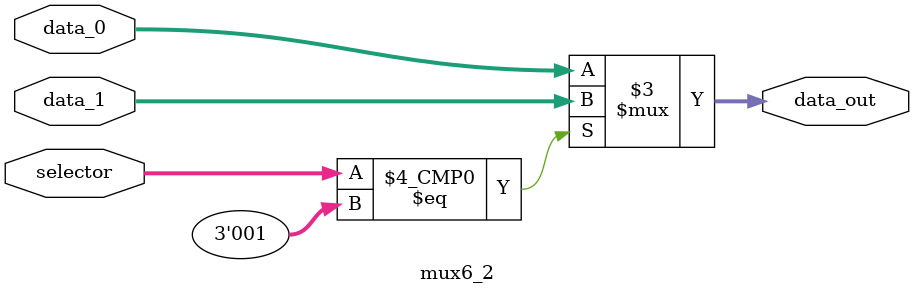
<source format=v>
module mux6_2 (
    input wire [2:0] selector,
    input wire [31:0] data_0,
    input wire [31:0] data_1,
    output reg [31:0] data_out
);

    always @(selector) begin
        case(selector)
            3'b000: data_out = data_0;
            3'b001: data_out = data_1;
            default: data_out = data_0;    
        endcase
    end
    
endmodule
</source>
